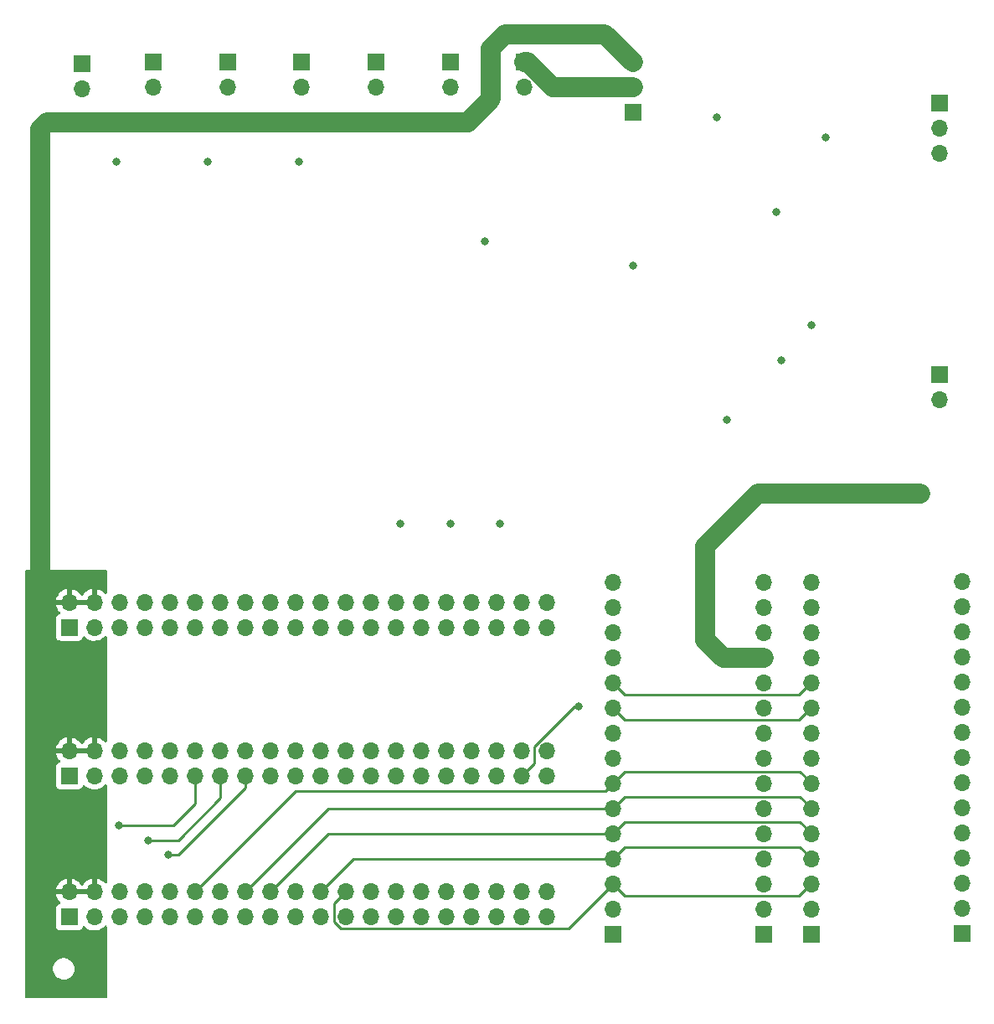
<source format=gbl>
%TF.GenerationSoftware,KiCad,Pcbnew,(5.99.0-11144-gea0c162604)*%
%TF.CreationDate,2021-09-15T06:49:40-05:00*%
%TF.ProjectId,The-Force-V2,5468652d-466f-4726-9365-2d56322e6b69,rev?*%
%TF.SameCoordinates,Original*%
%TF.FileFunction,Copper,L4,Bot*%
%TF.FilePolarity,Positive*%
%FSLAX46Y46*%
G04 Gerber Fmt 4.6, Leading zero omitted, Abs format (unit mm)*
G04 Created by KiCad (PCBNEW (5.99.0-11144-gea0c162604)) date 2021-09-15 06:49:40*
%MOMM*%
%LPD*%
G01*
G04 APERTURE LIST*
%TA.AperFunction,ComponentPad*%
%ADD10R,1.700000X1.700000*%
%TD*%
%TA.AperFunction,ComponentPad*%
%ADD11O,1.700000X1.700000*%
%TD*%
%TA.AperFunction,ViaPad*%
%ADD12C,0.800000*%
%TD*%
%TA.AperFunction,Conductor*%
%ADD13C,0.250000*%
%TD*%
%TA.AperFunction,Conductor*%
%ADD14C,2.000000*%
%TD*%
G04 APERTURE END LIST*
D10*
%TO.P,J10,1,Pin_1*%
%TO.N,GND*%
X162000000Y-60000000D03*
D11*
%TO.P,J10,2,Pin_2*%
%TO.N,+12V*%
X162000000Y-57460000D03*
%TO.P,J10,3,Pin_3*%
%TO.N,+5V*%
X162000000Y-54920000D03*
%TD*%
D10*
%TO.P,J17,1,Pin_1*%
%TO.N,unconnected-(J17-Pad1)*%
X180000000Y-143000000D03*
D11*
%TO.P,J17,2,Pin_2*%
%TO.N,unconnected-(J17-Pad2)*%
X180000000Y-140460000D03*
%TO.P,J17,3,Pin_3*%
%TO.N,COMM_BIT_4*%
X180000000Y-137920000D03*
%TO.P,J17,4,Pin_4*%
%TO.N,COMM_BIT_3*%
X180000000Y-135380000D03*
%TO.P,J17,5,Pin_5*%
%TO.N,COMM_BIT_2*%
X180000000Y-132840000D03*
%TO.P,J17,6,Pin_6*%
%TO.N,COMM_BIT_1*%
X180000000Y-130300000D03*
%TO.P,J17,7,Pin_7*%
%TO.N,COMM_BIT_0*%
X180000000Y-127760000D03*
%TO.P,J17,8,Pin_8*%
%TO.N,unconnected-(J17-Pad8)*%
X180000000Y-125220000D03*
%TO.P,J17,9,Pin_9*%
%TO.N,unconnected-(J17-Pad9)*%
X180000000Y-122680000D03*
%TO.P,J17,10,Pin_10*%
%TO.N,DMX_DATA*%
X180000000Y-120140000D03*
%TO.P,J17,11,Pin_11*%
%TO.N,RS_232_DATA*%
X180000000Y-117600000D03*
%TO.P,J17,12,Pin_12*%
%TO.N,GND*%
X180000000Y-115060000D03*
%TO.P,J17,13,Pin_13*%
%TO.N,unconnected-(J17-Pad13)*%
X180000000Y-112520000D03*
%TO.P,J17,14,Pin_14*%
%TO.N,unconnected-(J17-Pad14)*%
X180000000Y-109980000D03*
%TO.P,J17,15,Pin_15*%
%TO.N,unconnected-(J17-Pad15)*%
X180000000Y-107440000D03*
%TD*%
D10*
%TO.P,J16,1,Pin_1*%
%TO.N,unconnected-(J16-Pad1)*%
X175240000Y-143020000D03*
D11*
%TO.P,J16,2,Pin_2*%
%TO.N,unconnected-(J16-Pad2)*%
X175240000Y-140480000D03*
%TO.P,J16,3,Pin_3*%
%TO.N,unconnected-(J16-Pad3)*%
X175240000Y-137940000D03*
%TO.P,J16,4,Pin_4*%
%TO.N,unconnected-(J16-Pad4)*%
X175240000Y-135400000D03*
%TO.P,J16,5,Pin_5*%
%TO.N,unconnected-(J16-Pad5)*%
X175240000Y-132860000D03*
%TO.P,J16,6,Pin_6*%
%TO.N,unconnected-(J16-Pad6)*%
X175240000Y-130320000D03*
%TO.P,J16,7,Pin_7*%
%TO.N,unconnected-(J16-Pad7)*%
X175240000Y-127780000D03*
%TO.P,J16,8,Pin_8*%
%TO.N,unconnected-(J16-Pad8)*%
X175240000Y-125240000D03*
%TO.P,J16,9,Pin_9*%
%TO.N,unconnected-(J16-Pad9)*%
X175240000Y-122700000D03*
%TO.P,J16,10,Pin_10*%
%TO.N,unconnected-(J16-Pad10)*%
X175240000Y-120160000D03*
%TO.P,J16,11,Pin_11*%
%TO.N,unconnected-(J16-Pad11)*%
X175240000Y-117620000D03*
%TO.P,J16,12,Pin_12*%
%TO.N,+5V*%
X175240000Y-115080000D03*
%TO.P,J16,13,Pin_13*%
%TO.N,unconnected-(J16-Pad13)*%
X175240000Y-112540000D03*
%TO.P,J16,14,Pin_14*%
%TO.N,GND*%
X175240000Y-110000000D03*
%TO.P,J16,15,Pin_15*%
%TO.N,unconnected-(J16-Pad15)*%
X175240000Y-107460000D03*
%TD*%
D10*
%TO.P,J2,1,Pin_1*%
%TO.N,+3V3*%
X105000000Y-127000000D03*
D11*
%TO.P,J2,2,Pin_2*%
%TO.N,+5V*%
X105000000Y-124460000D03*
%TO.P,J2,3,Pin_3*%
%TO.N,unconnected-(J2-Pad3)*%
X107540000Y-127000000D03*
%TO.P,J2,4,Pin_4*%
%TO.N,+5V*%
X107540000Y-124460000D03*
%TO.P,J2,5,Pin_5*%
%TO.N,unconnected-(J2-Pad5)*%
X110080000Y-127000000D03*
%TO.P,J2,6,Pin_6*%
%TO.N,GND*%
X110080000Y-124460000D03*
%TO.P,J2,7,Pin_7*%
%TO.N,unconnected-(J2-Pad7)*%
X112620000Y-127000000D03*
%TO.P,J2,8,Pin_8*%
%TO.N,unconnected-(J2-Pad8)*%
X112620000Y-124460000D03*
%TO.P,J2,9,Pin_9*%
%TO.N,GND*%
X115160000Y-127000000D03*
%TO.P,J2,10,Pin_10*%
%TO.N,unconnected-(J2-Pad10)*%
X115160000Y-124460000D03*
%TO.P,J2,11,Pin_11*%
%TO.N,LED_ON*%
X117700000Y-127000000D03*
%TO.P,J2,12,Pin_12*%
%TO.N,COMM_BIT_0*%
X117700000Y-124460000D03*
%TO.P,J2,13,Pin_13*%
%TO.N,LED_PLAYING*%
X120240000Y-127000000D03*
%TO.P,J2,14,Pin_14*%
%TO.N,GND*%
X120240000Y-124460000D03*
%TO.P,J2,15,Pin_15*%
%TO.N,LED_MUTE*%
X122780000Y-127000000D03*
%TO.P,J2,16,Pin_16*%
%TO.N,COMM_BIT_1*%
X122780000Y-124460000D03*
%TO.P,J2,17,Pin_17*%
%TO.N,+3V3*%
X125320000Y-127000000D03*
%TO.P,J2,18,Pin_18*%
%TO.N,COMM_BIT_2*%
X125320000Y-124460000D03*
%TO.P,J2,19,Pin_19*%
%TO.N,unconnected-(J2-Pad19)*%
X127860000Y-127000000D03*
%TO.P,J2,20,Pin_20*%
%TO.N,GND*%
X127860000Y-124460000D03*
%TO.P,J2,21,Pin_21*%
%TO.N,unconnected-(J2-Pad21)*%
X130400000Y-127000000D03*
%TO.P,J2,22,Pin_22*%
%TO.N,COMM_BIT_3*%
X130400000Y-124460000D03*
%TO.P,J2,23,Pin_23*%
%TO.N,unconnected-(J2-Pad23)*%
X132940000Y-127000000D03*
%TO.P,J2,24,Pin_24*%
%TO.N,COMM_BIT_4*%
X132940000Y-124460000D03*
%TO.P,J2,25,Pin_25*%
%TO.N,GND*%
X135480000Y-127000000D03*
%TO.P,J2,26,Pin_26*%
%TO.N,unconnected-(J2-Pad26)*%
X135480000Y-124460000D03*
%TO.P,J2,27,Pin_27*%
%TO.N,unconnected-(J2-Pad27)*%
X138020000Y-127000000D03*
%TO.P,J2,28,Pin_28*%
%TO.N,unconnected-(J2-Pad28)*%
X138020000Y-124460000D03*
%TO.P,J2,29,Pin_29*%
%TO.N,unconnected-(J2-Pad29)*%
X140560000Y-127000000D03*
%TO.P,J2,30,Pin_30*%
%TO.N,GND*%
X140560000Y-124460000D03*
%TO.P,J2,31,Pin_31*%
X143100000Y-127000000D03*
%TO.P,J2,32,Pin_32*%
%TO.N,REBOOT*%
X143100000Y-124460000D03*
%TO.P,J2,33,Pin_33*%
%TO.N,unconnected-(J2-Pad33)*%
X145640000Y-127000000D03*
%TO.P,J2,34,Pin_34*%
%TO.N,GND*%
X145640000Y-124460000D03*
%TO.P,J2,35,Pin_35*%
%TO.N,unconnected-(J2-Pad35)*%
X148180000Y-127000000D03*
%TO.P,J2,36,Pin_36*%
%TO.N,SHUTDOWN*%
X148180000Y-124460000D03*
%TO.P,J2,37,Pin_37*%
%TO.N,START_BUTTON*%
X150720000Y-127000000D03*
%TO.P,J2,38,Pin_38*%
%TO.N,MUTE*%
X150720000Y-124460000D03*
%TO.P,J2,39,Pin_39*%
%TO.N,GND*%
X153260000Y-127000000D03*
%TO.P,J2,40,Pin_40*%
%TO.N,unconnected-(J2-Pad40)*%
X153260000Y-124460000D03*
%TD*%
D10*
%TO.P,J8,1,Pin_1*%
%TO.N,SHUTDOWN*%
X136000000Y-54920000D03*
D11*
%TO.P,J8,2,Pin_2*%
%TO.N,GND*%
X136000000Y-57460000D03*
%TD*%
D10*
%TO.P,J3,1,Pin_1*%
%TO.N,+3V3*%
X105000000Y-112000000D03*
D11*
%TO.P,J3,2,Pin_2*%
%TO.N,+5V*%
X105000000Y-109460000D03*
%TO.P,J3,3,Pin_3*%
%TO.N,unconnected-(J3-Pad3)*%
X107540000Y-112000000D03*
%TO.P,J3,4,Pin_4*%
%TO.N,+5V*%
X107540000Y-109460000D03*
%TO.P,J3,5,Pin_5*%
%TO.N,unconnected-(J3-Pad5)*%
X110080000Y-112000000D03*
%TO.P,J3,6,Pin_6*%
%TO.N,GND*%
X110080000Y-109460000D03*
%TO.P,J3,7,Pin_7*%
%TO.N,unconnected-(J3-Pad7)*%
X112620000Y-112000000D03*
%TO.P,J3,8,Pin_8*%
%TO.N,unconnected-(J3-Pad8)*%
X112620000Y-109460000D03*
%TO.P,J3,9,Pin_9*%
%TO.N,GND*%
X115160000Y-112000000D03*
%TO.P,J3,10,Pin_10*%
%TO.N,unconnected-(J3-Pad10)*%
X115160000Y-109460000D03*
%TO.P,J3,11,Pin_11*%
%TO.N,unconnected-(J3-Pad11)*%
X117700000Y-112000000D03*
%TO.P,J3,12,Pin_12*%
%TO.N,COMM_BIT_0*%
X117700000Y-109460000D03*
%TO.P,J3,13,Pin_13*%
%TO.N,unconnected-(J3-Pad13)*%
X120240000Y-112000000D03*
%TO.P,J3,14,Pin_14*%
%TO.N,GND*%
X120240000Y-109460000D03*
%TO.P,J3,15,Pin_15*%
%TO.N,unconnected-(J3-Pad15)*%
X122780000Y-112000000D03*
%TO.P,J3,16,Pin_16*%
%TO.N,COMM_BIT_1*%
X122780000Y-109460000D03*
%TO.P,J3,17,Pin_17*%
%TO.N,+3V3*%
X125320000Y-112000000D03*
%TO.P,J3,18,Pin_18*%
%TO.N,COMM_BIT_2*%
X125320000Y-109460000D03*
%TO.P,J3,19,Pin_19*%
%TO.N,unconnected-(J3-Pad19)*%
X127860000Y-112000000D03*
%TO.P,J3,20,Pin_20*%
%TO.N,GND*%
X127860000Y-109460000D03*
%TO.P,J3,21,Pin_21*%
%TO.N,unconnected-(J3-Pad21)*%
X130400000Y-112000000D03*
%TO.P,J3,22,Pin_22*%
%TO.N,COMM_BIT_3*%
X130400000Y-109460000D03*
%TO.P,J3,23,Pin_23*%
%TO.N,unconnected-(J3-Pad23)*%
X132940000Y-112000000D03*
%TO.P,J3,24,Pin_24*%
%TO.N,COMM_BIT_4*%
X132940000Y-109460000D03*
%TO.P,J3,25,Pin_25*%
%TO.N,GND*%
X135480000Y-112000000D03*
%TO.P,J3,26,Pin_26*%
%TO.N,unconnected-(J3-Pad26)*%
X135480000Y-109460000D03*
%TO.P,J3,27,Pin_27*%
%TO.N,unconnected-(J3-Pad27)*%
X138020000Y-112000000D03*
%TO.P,J3,28,Pin_28*%
%TO.N,unconnected-(J3-Pad28)*%
X138020000Y-109460000D03*
%TO.P,J3,29,Pin_29*%
%TO.N,unconnected-(J3-Pad29)*%
X140560000Y-112000000D03*
%TO.P,J3,30,Pin_30*%
%TO.N,GND*%
X140560000Y-109460000D03*
%TO.P,J3,31,Pin_31*%
%TO.N,unconnected-(J3-Pad31)*%
X143100000Y-112000000D03*
%TO.P,J3,32,Pin_32*%
%TO.N,REBOOT*%
X143100000Y-109460000D03*
%TO.P,J3,33,Pin_33*%
%TO.N,GND*%
X145640000Y-112000000D03*
%TO.P,J3,34,Pin_34*%
X145640000Y-109460000D03*
%TO.P,J3,35,Pin_35*%
%TO.N,unconnected-(J3-Pad35)*%
X148180000Y-112000000D03*
%TO.P,J3,36,Pin_36*%
%TO.N,SHUTDOWN*%
X148180000Y-109460000D03*
%TO.P,J3,37,Pin_37*%
%TO.N,unconnected-(J3-Pad37)*%
X150720000Y-112000000D03*
%TO.P,J3,38,Pin_38*%
%TO.N,MUTE*%
X150720000Y-109460000D03*
%TO.P,J3,39,Pin_39*%
%TO.N,GND*%
X153260000Y-112000000D03*
%TO.P,J3,40,Pin_40*%
%TO.N,unconnected-(J3-Pad40)*%
X153260000Y-109460000D03*
%TD*%
D10*
%TO.P,J5,1,Pin_1*%
%TO.N,+12V*%
X151000000Y-54920000D03*
D11*
%TO.P,J5,2,Pin_2*%
%TO.N,Net-(J5-Pad2)*%
X151000000Y-57460000D03*
%TD*%
D10*
%TO.P,J13,1,Pin_1*%
%TO.N,Net-(J13-Pad1)*%
X121000000Y-54920000D03*
D11*
%TO.P,J13,2,Pin_2*%
%TO.N,Net-(J13-Pad2)*%
X121000000Y-57460000D03*
%TD*%
D10*
%TO.P,J9,1,Pin_1*%
%TO.N,MUTE*%
X143500000Y-54920000D03*
D11*
%TO.P,J9,2,Pin_2*%
%TO.N,GND*%
X143500000Y-57460000D03*
%TD*%
D10*
%TO.P,J12,1,Pin_1*%
%TO.N,Net-(J12-Pad1)*%
X113500000Y-54920000D03*
D11*
%TO.P,J12,2,Pin_2*%
%TO.N,Net-(J12-Pad2)*%
X113500000Y-57460000D03*
%TD*%
D10*
%TO.P,J15,1,Pin_1*%
%TO.N,unconnected-(J15-Pad1)*%
X160000000Y-143020000D03*
D11*
%TO.P,J15,2,Pin_2*%
%TO.N,unconnected-(J15-Pad2)*%
X160000000Y-140480000D03*
%TO.P,J15,3,Pin_3*%
%TO.N,COMM_BIT_4*%
X160000000Y-137940000D03*
%TO.P,J15,4,Pin_4*%
%TO.N,COMM_BIT_3*%
X160000000Y-135400000D03*
%TO.P,J15,5,Pin_5*%
%TO.N,COMM_BIT_2*%
X160000000Y-132860000D03*
%TO.P,J15,6,Pin_6*%
%TO.N,COMM_BIT_1*%
X160000000Y-130320000D03*
%TO.P,J15,7,Pin_7*%
%TO.N,COMM_BIT_0*%
X160000000Y-127780000D03*
%TO.P,J15,8,Pin_8*%
%TO.N,unconnected-(J15-Pad8)*%
X160000000Y-125240000D03*
%TO.P,J15,9,Pin_9*%
%TO.N,unconnected-(J15-Pad9)*%
X160000000Y-122700000D03*
%TO.P,J15,10,Pin_10*%
%TO.N,DMX_DATA*%
X160000000Y-120160000D03*
%TO.P,J15,11,Pin_11*%
%TO.N,RS_232_DATA*%
X160000000Y-117620000D03*
%TO.P,J15,12,Pin_12*%
%TO.N,GND*%
X160000000Y-115080000D03*
%TO.P,J15,13,Pin_13*%
%TO.N,unconnected-(J15-Pad13)*%
X160000000Y-112540000D03*
%TO.P,J15,14,Pin_14*%
%TO.N,unconnected-(J15-Pad14)*%
X160000000Y-110000000D03*
%TO.P,J15,15,Pin_15*%
%TO.N,unconnected-(J15-Pad15)*%
X160000000Y-107460000D03*
%TD*%
D10*
%TO.P,J4,1*%
%TO.N,GND*%
X193000000Y-59000000D03*
D11*
%TO.P,J4,2*%
%TO.N,DMXB*%
X193000000Y-61540000D03*
%TO.P,J4,3*%
%TO.N,DMXA*%
X193000000Y-64080000D03*
%TD*%
D10*
%TO.P,J1,1,Pin_1*%
%TO.N,+3V3*%
X105000000Y-141275000D03*
D11*
%TO.P,J1,2,Pin_2*%
%TO.N,+5V*%
X105000000Y-138735000D03*
%TO.P,J1,3,Pin_3*%
%TO.N,unconnected-(J1-Pad3)*%
X107540000Y-141275000D03*
%TO.P,J1,4,Pin_4*%
%TO.N,+5V*%
X107540000Y-138735000D03*
%TO.P,J1,5,Pin_5*%
%TO.N,unconnected-(J1-Pad5)*%
X110080000Y-141275000D03*
%TO.P,J1,6,Pin_6*%
%TO.N,GND*%
X110080000Y-138735000D03*
%TO.P,J1,7,Pin_7*%
%TO.N,unconnected-(J1-Pad7)*%
X112620000Y-141275000D03*
%TO.P,J1,8,Pin_8*%
%TO.N,unconnected-(J1-Pad8)*%
X112620000Y-138735000D03*
%TO.P,J1,9,Pin_9*%
%TO.N,GND*%
X115160000Y-141275000D03*
%TO.P,J1,10,Pin_10*%
%TO.N,unconnected-(J1-Pad10)*%
X115160000Y-138735000D03*
%TO.P,J1,11,Pin_11*%
%TO.N,unconnected-(J1-Pad11)*%
X117700000Y-141275000D03*
%TO.P,J1,12,Pin_12*%
%TO.N,COMM_BIT_0*%
X117700000Y-138735000D03*
%TO.P,J1,13,Pin_13*%
%TO.N,unconnected-(J1-Pad13)*%
X120240000Y-141275000D03*
%TO.P,J1,14,Pin_14*%
%TO.N,GND*%
X120240000Y-138735000D03*
%TO.P,J1,15,Pin_15*%
%TO.N,unconnected-(J1-Pad15)*%
X122780000Y-141275000D03*
%TO.P,J1,16,Pin_16*%
%TO.N,COMM_BIT_1*%
X122780000Y-138735000D03*
%TO.P,J1,17,Pin_17*%
%TO.N,+3V3*%
X125320000Y-141275000D03*
%TO.P,J1,18,Pin_18*%
%TO.N,COMM_BIT_2*%
X125320000Y-138735000D03*
%TO.P,J1,19,Pin_19*%
%TO.N,unconnected-(J1-Pad19)*%
X127860000Y-141275000D03*
%TO.P,J1,20,Pin_20*%
%TO.N,GND*%
X127860000Y-138735000D03*
%TO.P,J1,21,Pin_21*%
%TO.N,unconnected-(J1-Pad21)*%
X130400000Y-141275000D03*
%TO.P,J1,22,Pin_22*%
%TO.N,COMM_BIT_3*%
X130400000Y-138735000D03*
%TO.P,J1,23,Pin_23*%
%TO.N,unconnected-(J1-Pad23)*%
X132940000Y-141275000D03*
%TO.P,J1,24,Pin_24*%
%TO.N,COMM_BIT_4*%
X132940000Y-138735000D03*
%TO.P,J1,25,Pin_25*%
%TO.N,GND*%
X135480000Y-141275000D03*
%TO.P,J1,26,Pin_26*%
%TO.N,unconnected-(J1-Pad26)*%
X135480000Y-138735000D03*
%TO.P,J1,27,Pin_27*%
%TO.N,unconnected-(J1-Pad27)*%
X138020000Y-141275000D03*
%TO.P,J1,28,Pin_28*%
%TO.N,unconnected-(J1-Pad28)*%
X138020000Y-138735000D03*
%TO.P,J1,29,Pin_29*%
%TO.N,GND*%
X140560000Y-141275000D03*
%TO.P,J1,30,Pin_30*%
X140560000Y-138735000D03*
%TO.P,J1,31,Pin_31*%
%TO.N,unconnected-(J1-Pad31)*%
X143100000Y-141275000D03*
%TO.P,J1,32,Pin_32*%
%TO.N,REBOOT*%
X143100000Y-138735000D03*
%TO.P,J1,33,Pin_33*%
%TO.N,unconnected-(J1-Pad33)*%
X145640000Y-141275000D03*
%TO.P,J1,34,Pin_34*%
%TO.N,GND*%
X145640000Y-138735000D03*
%TO.P,J1,35,Pin_35*%
%TO.N,unconnected-(J1-Pad35)*%
X148180000Y-141275000D03*
%TO.P,J1,36,Pin_36*%
%TO.N,SHUTDOWN*%
X148180000Y-138735000D03*
%TO.P,J1,37,Pin_37*%
%TO.N,unconnected-(J1-Pad37)*%
X150720000Y-141275000D03*
%TO.P,J1,38,Pin_38*%
%TO.N,MUTE*%
X150720000Y-138735000D03*
%TO.P,J1,39,Pin_39*%
%TO.N,GND*%
X153260000Y-141275000D03*
%TO.P,J1,40,Pin_40*%
%TO.N,unconnected-(J1-Pad40)*%
X153260000Y-138735000D03*
%TD*%
D10*
%TO.P,J7,1,Pin_1*%
%TO.N,REBOOT*%
X128500000Y-54920000D03*
D11*
%TO.P,J7,2,Pin_2*%
%TO.N,GND*%
X128500000Y-57460000D03*
%TD*%
D10*
%TO.P,J6,1,Pin_1*%
%TO.N,GND*%
X193000000Y-86460000D03*
D11*
%TO.P,J6,2,Pin_2*%
%TO.N,RS232_OUT*%
X193000000Y-89000000D03*
%TD*%
D10*
%TO.P,J14,1,Pin_1*%
%TO.N,unconnected-(J14-Pad1)*%
X195240000Y-142970000D03*
D11*
%TO.P,J14,2,Pin_2*%
%TO.N,unconnected-(J14-Pad2)*%
X195240000Y-140430000D03*
%TO.P,J14,3,Pin_3*%
%TO.N,unconnected-(J14-Pad3)*%
X195240000Y-137890000D03*
%TO.P,J14,4,Pin_4*%
%TO.N,unconnected-(J14-Pad4)*%
X195240000Y-135350000D03*
%TO.P,J14,5,Pin_5*%
%TO.N,unconnected-(J14-Pad5)*%
X195240000Y-132810000D03*
%TO.P,J14,6,Pin_6*%
%TO.N,unconnected-(J14-Pad6)*%
X195240000Y-130270000D03*
%TO.P,J14,7,Pin_7*%
%TO.N,unconnected-(J14-Pad7)*%
X195240000Y-127730000D03*
%TO.P,J14,8,Pin_8*%
%TO.N,unconnected-(J14-Pad8)*%
X195240000Y-125190000D03*
%TO.P,J14,9,Pin_9*%
%TO.N,unconnected-(J14-Pad9)*%
X195240000Y-122650000D03*
%TO.P,J14,10,Pin_10*%
%TO.N,unconnected-(J14-Pad10)*%
X195240000Y-120110000D03*
%TO.P,J14,11,Pin_11*%
%TO.N,unconnected-(J14-Pad11)*%
X195240000Y-117570000D03*
%TO.P,J14,12,Pin_12*%
%TO.N,+5V*%
X195240000Y-115030000D03*
%TO.P,J14,13,Pin_13*%
%TO.N,unconnected-(J14-Pad13)*%
X195240000Y-112490000D03*
%TO.P,J14,14,Pin_14*%
%TO.N,GND*%
X195240000Y-109950000D03*
%TO.P,J14,15,Pin_15*%
%TO.N,unconnected-(J14-Pad15)*%
X195240000Y-107410000D03*
%TD*%
D10*
%TO.P,J11,1,Pin_1*%
%TO.N,Net-(J11-Pad1)*%
X106270000Y-55027500D03*
D11*
%TO.P,J11,2,Pin_2*%
%TO.N,Net-(J11-Pad2)*%
X106270000Y-57567500D03*
%TD*%
D12*
%TO.N,GND*%
X147000000Y-73000000D03*
X170500000Y-60500000D03*
X109800000Y-65000000D03*
X180000000Y-81500000D03*
X181500000Y-62500000D03*
X177000000Y-85000000D03*
X119000000Y-65000000D03*
X171500000Y-91000000D03*
X128200000Y-65000000D03*
X176500000Y-70000000D03*
X162000000Y-75500000D03*
%TO.N,+5V*%
X117440000Y-60950000D03*
X109880000Y-60950000D03*
X191080000Y-98470000D03*
X102770000Y-60950000D03*
%TO.N,+3V3*%
X143500000Y-101500000D03*
X138500000Y-101500000D03*
X148500000Y-101500000D03*
%TO.N,LED_ON*%
X110000000Y-132000000D03*
%TO.N,LED_PLAYING*%
X113000000Y-133500000D03*
%TO.N,LED_MUTE*%
X115000000Y-135000000D03*
%TO.N,START_BUTTON*%
X156500000Y-120000000D03*
%TD*%
D13*
%TO.N,RS_232_DATA*%
X178785489Y-118794511D02*
X161174511Y-118794511D01*
X180000000Y-117580000D02*
X178785489Y-118794511D01*
X161174511Y-118794511D02*
X160000000Y-117620000D01*
%TO.N,DMX_DATA*%
X178785489Y-121334511D02*
X180000000Y-120120000D01*
X161174511Y-121334511D02*
X178785489Y-121334511D01*
X160000000Y-120160000D02*
X161174511Y-121334511D01*
%TO.N,COMM_BIT_0*%
X160000000Y-127780000D02*
X159200001Y-128579999D01*
X127855001Y-128579999D02*
X117700000Y-138735000D01*
X178865489Y-126605489D02*
X161174511Y-126605489D01*
X161174511Y-126605489D02*
X160000000Y-127780000D01*
X180000000Y-127740000D02*
X178865489Y-126605489D01*
X159200001Y-128579999D02*
X127855001Y-128579999D01*
%TO.N,COMM_BIT_1*%
X178865489Y-129145489D02*
X161174511Y-129145489D01*
X131195000Y-130320000D02*
X122780000Y-138735000D01*
X161174511Y-129145489D02*
X160000000Y-130320000D01*
X160000000Y-130320000D02*
X131195000Y-130320000D01*
X180000000Y-130280000D02*
X178865489Y-129145489D01*
%TO.N,COMM_BIT_2*%
X180000000Y-132820000D02*
X178865489Y-131685489D01*
X178865489Y-131685489D02*
X161174511Y-131685489D01*
X131195000Y-132860000D02*
X125320000Y-138735000D01*
X160000000Y-132860000D02*
X131195000Y-132860000D01*
X161174511Y-131685489D02*
X160000000Y-132860000D01*
D14*
%TO.N,+5V*%
X159130000Y-52050000D02*
X149040000Y-52050000D01*
X169310000Y-113270000D02*
X171120000Y-115080000D01*
X102040000Y-61680000D02*
X102040000Y-109850000D01*
X147590000Y-58640000D02*
X145280000Y-60950000D01*
X174630000Y-98470000D02*
X169310000Y-103790000D01*
X109880000Y-60950000D02*
X102770000Y-60950000D01*
X102770000Y-60950000D02*
X102040000Y-61680000D01*
X145280000Y-60950000D02*
X117440000Y-60950000D01*
X169310000Y-103790000D02*
X169310000Y-113270000D01*
X171120000Y-115080000D02*
X175240000Y-115080000D01*
X102040000Y-109850000D02*
X101910000Y-109980000D01*
X149040000Y-52050000D02*
X147590000Y-53500000D01*
X191080000Y-98470000D02*
X174630000Y-98470000D01*
X117440000Y-60950000D02*
X109880000Y-60950000D01*
X162000000Y-54920000D02*
X159130000Y-52050000D01*
X147590000Y-53500000D02*
X147590000Y-58640000D01*
D13*
%TO.N,COMM_BIT_3*%
X161174511Y-134225489D02*
X160000000Y-135400000D01*
X160000000Y-135400000D02*
X133735000Y-135400000D01*
X180000000Y-135360000D02*
X178865489Y-134225489D01*
X178865489Y-134225489D02*
X161174511Y-134225489D01*
X133735000Y-135400000D02*
X130400000Y-138735000D01*
%TO.N,COMM_BIT_4*%
X132449511Y-142449511D02*
X131765489Y-141765489D01*
X155490489Y-142449511D02*
X132449511Y-142449511D01*
X131765489Y-141765489D02*
X131765489Y-139909511D01*
X161174511Y-139114511D02*
X160000000Y-137940000D01*
X178785489Y-139114511D02*
X161174511Y-139114511D01*
X131765489Y-139909511D02*
X132940000Y-138735000D01*
X180000000Y-137900000D02*
X178785489Y-139114511D01*
X160000000Y-137940000D02*
X155490489Y-142449511D01*
%TO.N,LED_ON*%
X115500000Y-132000000D02*
X117700000Y-129800000D01*
X117700000Y-129800000D02*
X117700000Y-127000000D01*
X110000000Y-132000000D02*
X115500000Y-132000000D01*
%TO.N,LED_PLAYING*%
X120240000Y-129260000D02*
X120240000Y-127000000D01*
X116000000Y-133500000D02*
X120240000Y-129260000D01*
X113000000Y-133500000D02*
X116000000Y-133500000D01*
%TO.N,LED_MUTE*%
X115000000Y-135000000D02*
X115982081Y-135000000D01*
X122780000Y-128202081D02*
X122780000Y-127000000D01*
X115982081Y-135000000D02*
X122780000Y-128202081D01*
D14*
%TO.N,+12V*%
X162000000Y-57460000D02*
X153898447Y-57460000D01*
X153898447Y-57460000D02*
X151358447Y-54920000D01*
X151358447Y-54920000D02*
X151000000Y-54920000D01*
D13*
%TO.N,START_BUTTON*%
X152000000Y-125720000D02*
X150720000Y-127000000D01*
X156058990Y-120000000D02*
X152000000Y-124058990D01*
X152000000Y-124058990D02*
X152000000Y-125720000D01*
X156500000Y-120000000D02*
X156058990Y-120000000D01*
%TD*%
%TA.AperFunction,Conductor*%
%TO.N,+5V*%
G36*
X108742121Y-106220002D02*
G01*
X108788614Y-106273658D01*
X108800000Y-106326000D01*
X108800000Y-108498622D01*
X108779998Y-108566743D01*
X108726342Y-108613236D01*
X108656068Y-108623340D01*
X108591488Y-108593846D01*
X108582830Y-108585594D01*
X108446830Y-108443030D01*
X108438873Y-108435990D01*
X108262523Y-108304782D01*
X108253486Y-108299178D01*
X108057550Y-108199559D01*
X108047699Y-108195559D01*
X107837778Y-108130378D01*
X107827396Y-108128095D01*
X107811959Y-108126049D01*
X107797792Y-108128246D01*
X107794000Y-108141430D01*
X107794000Y-109588000D01*
X107773998Y-109656121D01*
X107720342Y-109702614D01*
X107668000Y-109714000D01*
X103683403Y-109714000D01*
X103670222Y-109717870D01*
X103668255Y-109732423D01*
X103676638Y-109784471D01*
X103679212Y-109794793D01*
X103750230Y-110002810D01*
X103754497Y-110012533D01*
X103859556Y-110205625D01*
X103865402Y-110214491D01*
X104001486Y-110387113D01*
X104008750Y-110394875D01*
X104064593Y-110445244D01*
X104101780Y-110505723D01*
X104100366Y-110576705D01*
X104060801Y-110635655D01*
X104015699Y-110659703D01*
X103945330Y-110680365D01*
X103945328Y-110680366D01*
X103936684Y-110682904D01*
X103898528Y-110707426D01*
X103821309Y-110757051D01*
X103821306Y-110757053D01*
X103813729Y-110761923D01*
X103807828Y-110768733D01*
X103723918Y-110865569D01*
X103723916Y-110865572D01*
X103718016Y-110872381D01*
X103657300Y-111005330D01*
X103656018Y-111014245D01*
X103656018Y-111014246D01*
X103637139Y-111145552D01*
X103637138Y-111145559D01*
X103636500Y-111150000D01*
X103636500Y-112850000D01*
X103641727Y-112923079D01*
X103682904Y-113063316D01*
X103687775Y-113070895D01*
X103757051Y-113178691D01*
X103757053Y-113178694D01*
X103761923Y-113186271D01*
X103768733Y-113192172D01*
X103865569Y-113276082D01*
X103865572Y-113276084D01*
X103872381Y-113281984D01*
X103880579Y-113285728D01*
X103992998Y-113337068D01*
X104005330Y-113342700D01*
X104014245Y-113343982D01*
X104014246Y-113343982D01*
X104145552Y-113362861D01*
X104145559Y-113362862D01*
X104150000Y-113363500D01*
X105850000Y-113363500D01*
X105923079Y-113358273D01*
X106001165Y-113335345D01*
X106054670Y-113319635D01*
X106054672Y-113319634D01*
X106063316Y-113317096D01*
X106129721Y-113274420D01*
X106178691Y-113242949D01*
X106178694Y-113242947D01*
X106186271Y-113238077D01*
X106211086Y-113209439D01*
X106276082Y-113134431D01*
X106276084Y-113134428D01*
X106281984Y-113127619D01*
X106342700Y-112994670D01*
X106343320Y-112990360D01*
X106380432Y-112932610D01*
X106445012Y-112903117D01*
X106515286Y-112913220D01*
X106547335Y-112934270D01*
X106715629Y-113086069D01*
X106910406Y-113209439D01*
X107123184Y-113298228D01*
X107128387Y-113299425D01*
X107128392Y-113299426D01*
X107342678Y-113348701D01*
X107342683Y-113348702D01*
X107347881Y-113349897D01*
X107353209Y-113350200D01*
X107353212Y-113350200D01*
X107503877Y-113358755D01*
X107578071Y-113362968D01*
X107583378Y-113362368D01*
X107583380Y-113362368D01*
X107757354Y-113342700D01*
X107807173Y-113337068D01*
X107812288Y-113335587D01*
X107812292Y-113335586D01*
X107941298Y-113298228D01*
X108028635Y-113272937D01*
X108236125Y-113172409D01*
X108240463Y-113169309D01*
X108240468Y-113169306D01*
X108419370Y-113041459D01*
X108423711Y-113038357D01*
X108584518Y-112876143D01*
X108646680Y-112841846D01*
X108717517Y-112846603D01*
X108774538Y-112888901D01*
X108799639Y-112955313D01*
X108800000Y-112964849D01*
X108800000Y-123498622D01*
X108779998Y-123566743D01*
X108726342Y-123613236D01*
X108656068Y-123623340D01*
X108591488Y-123593846D01*
X108582830Y-123585594D01*
X108446830Y-123443030D01*
X108438873Y-123435990D01*
X108262523Y-123304782D01*
X108253486Y-123299178D01*
X108057550Y-123199559D01*
X108047699Y-123195559D01*
X107837778Y-123130378D01*
X107827396Y-123128095D01*
X107811959Y-123126049D01*
X107797792Y-123128246D01*
X107794000Y-123141430D01*
X107794000Y-124588000D01*
X107773998Y-124656121D01*
X107720342Y-124702614D01*
X107668000Y-124714000D01*
X103683403Y-124714000D01*
X103670222Y-124717870D01*
X103668255Y-124732423D01*
X103676638Y-124784471D01*
X103679212Y-124794793D01*
X103750230Y-125002810D01*
X103754497Y-125012533D01*
X103859556Y-125205625D01*
X103865402Y-125214491D01*
X104001486Y-125387113D01*
X104008750Y-125394875D01*
X104064593Y-125445244D01*
X104101780Y-125505723D01*
X104100366Y-125576705D01*
X104060801Y-125635655D01*
X104015699Y-125659703D01*
X103945330Y-125680365D01*
X103945328Y-125680366D01*
X103936684Y-125682904D01*
X103898528Y-125707426D01*
X103821309Y-125757051D01*
X103821306Y-125757053D01*
X103813729Y-125761923D01*
X103807828Y-125768733D01*
X103723918Y-125865569D01*
X103723916Y-125865572D01*
X103718016Y-125872381D01*
X103657300Y-126005330D01*
X103656018Y-126014245D01*
X103656018Y-126014246D01*
X103637139Y-126145552D01*
X103637138Y-126145559D01*
X103636500Y-126150000D01*
X103636500Y-127850000D01*
X103641727Y-127923079D01*
X103682904Y-128063316D01*
X103687775Y-128070895D01*
X103757051Y-128178691D01*
X103757053Y-128178694D01*
X103761923Y-128186271D01*
X103768733Y-128192172D01*
X103865569Y-128276082D01*
X103865572Y-128276084D01*
X103872381Y-128281984D01*
X103880579Y-128285728D01*
X103992998Y-128337068D01*
X104005330Y-128342700D01*
X104014245Y-128343982D01*
X104014246Y-128343982D01*
X104145552Y-128362861D01*
X104145559Y-128362862D01*
X104150000Y-128363500D01*
X105850000Y-128363500D01*
X105923079Y-128358273D01*
X106001165Y-128335345D01*
X106054670Y-128319635D01*
X106054672Y-128319634D01*
X106063316Y-128317096D01*
X106129721Y-128274420D01*
X106178691Y-128242949D01*
X106178694Y-128242947D01*
X106186271Y-128238077D01*
X106211086Y-128209439D01*
X106276082Y-128134431D01*
X106276084Y-128134428D01*
X106281984Y-128127619D01*
X106342700Y-127994670D01*
X106343320Y-127990360D01*
X106380432Y-127932610D01*
X106445012Y-127903117D01*
X106515286Y-127913220D01*
X106547335Y-127934270D01*
X106715629Y-128086069D01*
X106910406Y-128209439D01*
X107123184Y-128298228D01*
X107128387Y-128299425D01*
X107128392Y-128299426D01*
X107342678Y-128348701D01*
X107342683Y-128348702D01*
X107347881Y-128349897D01*
X107353209Y-128350200D01*
X107353212Y-128350200D01*
X107503877Y-128358755D01*
X107578071Y-128362968D01*
X107583378Y-128362368D01*
X107583380Y-128362368D01*
X107757354Y-128342700D01*
X107807173Y-128337068D01*
X107812288Y-128335587D01*
X107812292Y-128335586D01*
X107941298Y-128298228D01*
X108028635Y-128272937D01*
X108236125Y-128172409D01*
X108240463Y-128169309D01*
X108240468Y-128169306D01*
X108419370Y-128041459D01*
X108423711Y-128038357D01*
X108584518Y-127876143D01*
X108646680Y-127841846D01*
X108717517Y-127846603D01*
X108774538Y-127888901D01*
X108799639Y-127955313D01*
X108800000Y-127964849D01*
X108800000Y-137773622D01*
X108779998Y-137841743D01*
X108726342Y-137888236D01*
X108656068Y-137898340D01*
X108591488Y-137868846D01*
X108582830Y-137860594D01*
X108446830Y-137718030D01*
X108438873Y-137710990D01*
X108262523Y-137579782D01*
X108253486Y-137574178D01*
X108057550Y-137474559D01*
X108047699Y-137470559D01*
X107837778Y-137405378D01*
X107827396Y-137403095D01*
X107811959Y-137401049D01*
X107797792Y-137403246D01*
X107794000Y-137416430D01*
X107794000Y-138863000D01*
X107773998Y-138931121D01*
X107720342Y-138977614D01*
X107668000Y-138989000D01*
X103683403Y-138989000D01*
X103670222Y-138992870D01*
X103668255Y-139007423D01*
X103676638Y-139059471D01*
X103679212Y-139069793D01*
X103750230Y-139277810D01*
X103754497Y-139287533D01*
X103859556Y-139480625D01*
X103865402Y-139489491D01*
X104001486Y-139662113D01*
X104008750Y-139669875D01*
X104064593Y-139720244D01*
X104101780Y-139780723D01*
X104100366Y-139851705D01*
X104060801Y-139910655D01*
X104015699Y-139934703D01*
X103945330Y-139955365D01*
X103945328Y-139955366D01*
X103936684Y-139957904D01*
X103898528Y-139982426D01*
X103821309Y-140032051D01*
X103821306Y-140032053D01*
X103813729Y-140036923D01*
X103807828Y-140043733D01*
X103723918Y-140140569D01*
X103723916Y-140140572D01*
X103718016Y-140147381D01*
X103657300Y-140280330D01*
X103656018Y-140289245D01*
X103656018Y-140289246D01*
X103637139Y-140420552D01*
X103637138Y-140420559D01*
X103636500Y-140425000D01*
X103636500Y-142125000D01*
X103641727Y-142198079D01*
X103682904Y-142338316D01*
X103687775Y-142345895D01*
X103757051Y-142453691D01*
X103757053Y-142453694D01*
X103761923Y-142461271D01*
X103768733Y-142467172D01*
X103865569Y-142551082D01*
X103865572Y-142551084D01*
X103872381Y-142556984D01*
X103880579Y-142560728D01*
X103992998Y-142612068D01*
X104005330Y-142617700D01*
X104014245Y-142618982D01*
X104014246Y-142618982D01*
X104145552Y-142637861D01*
X104145559Y-142637862D01*
X104150000Y-142638500D01*
X105850000Y-142638500D01*
X105923079Y-142633273D01*
X106001165Y-142610345D01*
X106054670Y-142594635D01*
X106054672Y-142594634D01*
X106063316Y-142592096D01*
X106129721Y-142549420D01*
X106178691Y-142517949D01*
X106178694Y-142517947D01*
X106186271Y-142513077D01*
X106211086Y-142484439D01*
X106276082Y-142409431D01*
X106276084Y-142409428D01*
X106281984Y-142402619D01*
X106342700Y-142269670D01*
X106343320Y-142265360D01*
X106380432Y-142207610D01*
X106445012Y-142178117D01*
X106515286Y-142188220D01*
X106547335Y-142209270D01*
X106715629Y-142361069D01*
X106910406Y-142484439D01*
X107123184Y-142573228D01*
X107128387Y-142574425D01*
X107128392Y-142574426D01*
X107342678Y-142623701D01*
X107342683Y-142623702D01*
X107347881Y-142624897D01*
X107353209Y-142625200D01*
X107353212Y-142625200D01*
X107503877Y-142633755D01*
X107578071Y-142637968D01*
X107583378Y-142637368D01*
X107583380Y-142637368D01*
X107757354Y-142617700D01*
X107807173Y-142612068D01*
X107812288Y-142610587D01*
X107812292Y-142610586D01*
X107941298Y-142573228D01*
X108028635Y-142547937D01*
X108236125Y-142447409D01*
X108240463Y-142444309D01*
X108240468Y-142444306D01*
X108419370Y-142316459D01*
X108423711Y-142313357D01*
X108584518Y-142151143D01*
X108646680Y-142116846D01*
X108717517Y-142121603D01*
X108774538Y-142163901D01*
X108799639Y-142230313D01*
X108800000Y-142239849D01*
X108800000Y-149366000D01*
X108779998Y-149434121D01*
X108726342Y-149480614D01*
X108674000Y-149492000D01*
X100634000Y-149492000D01*
X100565879Y-149471998D01*
X100519386Y-149418342D01*
X100508000Y-149366000D01*
X100508000Y-146600592D01*
X103339656Y-146600592D01*
X103378240Y-146803821D01*
X103454558Y-146996088D01*
X103565856Y-147170455D01*
X103708118Y-147320631D01*
X103712983Y-147324120D01*
X103712986Y-147324123D01*
X103871340Y-147437702D01*
X103871345Y-147437705D01*
X103876211Y-147441195D01*
X104064070Y-147527799D01*
X104069886Y-147529233D01*
X104069889Y-147529234D01*
X104259091Y-147575882D01*
X104259093Y-147575882D01*
X104264916Y-147577318D01*
X104270907Y-147577627D01*
X104270909Y-147577627D01*
X104330466Y-147580696D01*
X104471502Y-147587964D01*
X104477437Y-147587135D01*
X104477441Y-147587135D01*
X104598183Y-147570273D01*
X104676373Y-147559353D01*
X104818058Y-147510981D01*
X104866460Y-147494457D01*
X104866462Y-147494456D01*
X104872139Y-147492518D01*
X105051735Y-147389871D01*
X105208680Y-147255115D01*
X105337312Y-147093112D01*
X105340087Y-147087793D01*
X105430216Y-146915026D01*
X105430217Y-146915024D01*
X105432990Y-146909708D01*
X105492260Y-146711521D01*
X105512985Y-146505702D01*
X105513000Y-146500000D01*
X105493353Y-146294075D01*
X105435121Y-146095580D01*
X105385298Y-145998842D01*
X105343151Y-145917009D01*
X105343149Y-145917006D01*
X105340405Y-145911678D01*
X105268961Y-145820725D01*
X105216329Y-145753721D01*
X105216325Y-145753716D01*
X105212623Y-145749004D01*
X105056386Y-145613428D01*
X104877330Y-145509842D01*
X104681917Y-145441983D01*
X104675982Y-145441122D01*
X104675980Y-145441122D01*
X104483137Y-145413161D01*
X104483134Y-145413161D01*
X104477197Y-145412300D01*
X104270559Y-145421864D01*
X104141816Y-145452891D01*
X104075289Y-145468924D01*
X104075287Y-145468925D01*
X104069456Y-145470330D01*
X104063998Y-145472812D01*
X104063994Y-145472813D01*
X103950896Y-145524236D01*
X103881147Y-145555949D01*
X103712425Y-145675632D01*
X103569379Y-145825061D01*
X103566127Y-145830098D01*
X103566125Y-145830100D01*
X103513451Y-145911678D01*
X103457169Y-145998842D01*
X103454927Y-146004405D01*
X103420330Y-146090252D01*
X103379845Y-146190707D01*
X103378697Y-146196588D01*
X103378695Y-146196593D01*
X103358491Y-146300052D01*
X103340197Y-146393732D01*
X103339919Y-146500000D01*
X103339656Y-146600592D01*
X100508000Y-146600592D01*
X100508000Y-138463174D01*
X103669008Y-138463174D01*
X103670427Y-138476414D01*
X103685062Y-138481000D01*
X104727885Y-138481000D01*
X104743124Y-138476525D01*
X104744329Y-138475135D01*
X104746000Y-138467452D01*
X104746000Y-137418717D01*
X104745328Y-137416430D01*
X105254000Y-137416430D01*
X105254000Y-138462885D01*
X105258475Y-138478124D01*
X105259865Y-138479329D01*
X105267548Y-138481000D01*
X107267885Y-138481000D01*
X107283124Y-138476525D01*
X107284329Y-138475135D01*
X107286000Y-138467452D01*
X107286000Y-137418717D01*
X107282027Y-137405186D01*
X107271420Y-137403661D01*
X107153554Y-137428391D01*
X107143358Y-137431451D01*
X106938932Y-137512182D01*
X106929396Y-137516916D01*
X106741486Y-137630942D01*
X106732896Y-137637206D01*
X106566884Y-137781264D01*
X106559464Y-137788895D01*
X106420100Y-137958860D01*
X106414079Y-137967622D01*
X106380152Y-138027222D01*
X106329069Y-138076528D01*
X106259439Y-138090389D01*
X106193368Y-138064405D01*
X106166130Y-138035256D01*
X106065218Y-137885366D01*
X106058557Y-137877080D01*
X105906830Y-137718030D01*
X105898873Y-137710990D01*
X105722523Y-137579782D01*
X105713486Y-137574178D01*
X105517550Y-137474559D01*
X105507699Y-137470559D01*
X105297778Y-137405378D01*
X105287396Y-137403095D01*
X105271959Y-137401049D01*
X105257792Y-137403246D01*
X105254000Y-137416430D01*
X104745328Y-137416430D01*
X104742027Y-137405186D01*
X104731420Y-137403661D01*
X104613554Y-137428391D01*
X104603358Y-137431451D01*
X104398932Y-137512182D01*
X104389396Y-137516916D01*
X104201486Y-137630942D01*
X104192896Y-137637206D01*
X104026884Y-137781264D01*
X104019464Y-137788895D01*
X103880100Y-137958860D01*
X103874075Y-137967627D01*
X103765342Y-138158644D01*
X103760877Y-138168308D01*
X103685882Y-138374916D01*
X103683111Y-138385184D01*
X103669008Y-138463174D01*
X100508000Y-138463174D01*
X100508000Y-124188174D01*
X103669008Y-124188174D01*
X103670427Y-124201414D01*
X103685062Y-124206000D01*
X104727885Y-124206000D01*
X104743124Y-124201525D01*
X104744329Y-124200135D01*
X104746000Y-124192452D01*
X104746000Y-123143717D01*
X104745328Y-123141430D01*
X105254000Y-123141430D01*
X105254000Y-124187885D01*
X105258475Y-124203124D01*
X105259865Y-124204329D01*
X105267548Y-124206000D01*
X107267885Y-124206000D01*
X107283124Y-124201525D01*
X107284329Y-124200135D01*
X107286000Y-124192452D01*
X107286000Y-123143717D01*
X107282027Y-123130186D01*
X107271420Y-123128661D01*
X107153554Y-123153391D01*
X107143358Y-123156451D01*
X106938932Y-123237182D01*
X106929396Y-123241916D01*
X106741486Y-123355942D01*
X106732896Y-123362206D01*
X106566884Y-123506264D01*
X106559464Y-123513895D01*
X106420100Y-123683860D01*
X106414079Y-123692622D01*
X106380152Y-123752222D01*
X106329069Y-123801528D01*
X106259439Y-123815389D01*
X106193368Y-123789405D01*
X106166130Y-123760256D01*
X106065218Y-123610366D01*
X106058557Y-123602080D01*
X105906830Y-123443030D01*
X105898873Y-123435990D01*
X105722523Y-123304782D01*
X105713486Y-123299178D01*
X105517550Y-123199559D01*
X105507699Y-123195559D01*
X105297778Y-123130378D01*
X105287396Y-123128095D01*
X105271959Y-123126049D01*
X105257792Y-123128246D01*
X105254000Y-123141430D01*
X104745328Y-123141430D01*
X104742027Y-123130186D01*
X104731420Y-123128661D01*
X104613554Y-123153391D01*
X104603358Y-123156451D01*
X104398932Y-123237182D01*
X104389396Y-123241916D01*
X104201486Y-123355942D01*
X104192896Y-123362206D01*
X104026884Y-123506264D01*
X104019464Y-123513895D01*
X103880100Y-123683860D01*
X103874075Y-123692627D01*
X103765342Y-123883644D01*
X103760877Y-123893308D01*
X103685882Y-124099916D01*
X103683111Y-124110184D01*
X103669008Y-124188174D01*
X100508000Y-124188174D01*
X100508000Y-109188174D01*
X103669008Y-109188174D01*
X103670427Y-109201414D01*
X103685062Y-109206000D01*
X104727885Y-109206000D01*
X104743124Y-109201525D01*
X104744329Y-109200135D01*
X104746000Y-109192452D01*
X104746000Y-108143717D01*
X104745328Y-108141430D01*
X105254000Y-108141430D01*
X105254000Y-109187885D01*
X105258475Y-109203124D01*
X105259865Y-109204329D01*
X105267548Y-109206000D01*
X107267885Y-109206000D01*
X107283124Y-109201525D01*
X107284329Y-109200135D01*
X107286000Y-109192452D01*
X107286000Y-108143717D01*
X107282027Y-108130186D01*
X107271420Y-108128661D01*
X107153554Y-108153391D01*
X107143358Y-108156451D01*
X106938932Y-108237182D01*
X106929396Y-108241916D01*
X106741486Y-108355942D01*
X106732896Y-108362206D01*
X106566884Y-108506264D01*
X106559464Y-108513895D01*
X106420100Y-108683860D01*
X106414079Y-108692622D01*
X106380152Y-108752222D01*
X106329069Y-108801528D01*
X106259439Y-108815389D01*
X106193368Y-108789405D01*
X106166130Y-108760256D01*
X106065218Y-108610366D01*
X106058557Y-108602080D01*
X105906830Y-108443030D01*
X105898873Y-108435990D01*
X105722523Y-108304782D01*
X105713486Y-108299178D01*
X105517550Y-108199559D01*
X105507699Y-108195559D01*
X105297778Y-108130378D01*
X105287396Y-108128095D01*
X105271959Y-108126049D01*
X105257792Y-108128246D01*
X105254000Y-108141430D01*
X104745328Y-108141430D01*
X104742027Y-108130186D01*
X104731420Y-108128661D01*
X104613554Y-108153391D01*
X104603358Y-108156451D01*
X104398932Y-108237182D01*
X104389396Y-108241916D01*
X104201486Y-108355942D01*
X104192896Y-108362206D01*
X104026884Y-108506264D01*
X104019464Y-108513895D01*
X103880100Y-108683860D01*
X103874075Y-108692627D01*
X103765342Y-108883644D01*
X103760877Y-108893308D01*
X103685882Y-109099916D01*
X103683111Y-109110184D01*
X103669008Y-109188174D01*
X100508000Y-109188174D01*
X100508000Y-106326000D01*
X100528002Y-106257879D01*
X100581658Y-106211386D01*
X100634000Y-106200000D01*
X108674000Y-106200000D01*
X108742121Y-106220002D01*
G37*
%TD.AperFunction*%
%TD*%
M02*

</source>
